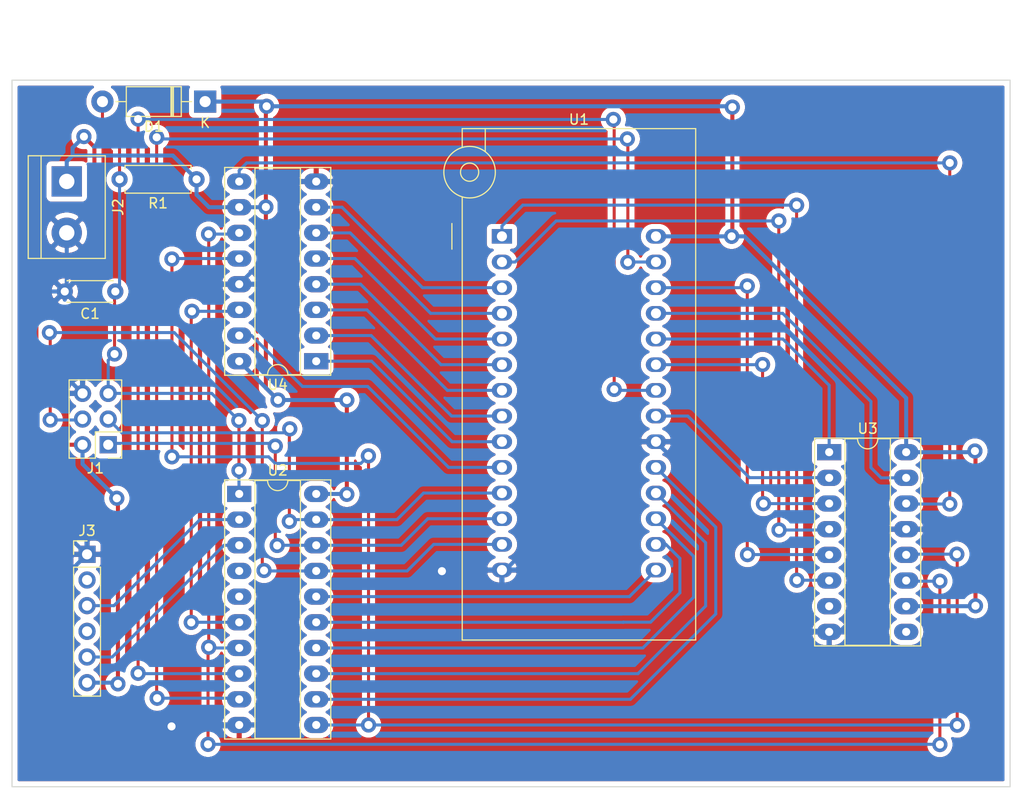
<source format=kicad_pcb>
(kicad_pcb (version 20171130) (host pcbnew "(5.1.6)-1")
  (layers (0 F.Cu signal) (31 B.Cu signal) (34 B.Paste user) (35 F.Paste user) (36 B.SilkS user) (37 F.SilkS user) (38 B.Mask user) (39 F.Mask user) (44 Edge.Cuts user))
  (net 0 "")
  (net 1 N$26)
  (net 2 N$27)
  (net 3 GND)
  (net 4 VCC)
  (net 5 DATA_BUS6)
  (net 6 DATA_BUS7)
  (net 7 DATA_BUS5)
  (net 8 N$24)
  (net 9 N$25)
  (net 10 ADDRESS_BUS14)
  (net 11 ADDRESS_BUS12)
  (net 12 ~EEPROM_WE)
  (net 13 ADDRESS_BUS7)
  (net 14 ADDRESS_BUS13)
  (net 15 ADDRESS_BUS6)
  (net 16 ADDRESS_BUS8)
  (net 17 ADDRESS_BUS5)
  (net 18 ADDRESS_BUS9)
  (net 19 ADDRESS_BUS4)
  (net 20 ADDRESS_BUS11)
  (net 21 ADDRESS_BUS3)
  (net 22 ~EEPROM_OE)
  (net 23 ADDRESS_BUS2)
  (net 24 ADDRESS_BUS10)
  (net 25 ADDRESS_BUS1)
  (net 26 ADDRESS_BUS0)
  (net 27 DATA_BUS0)
  (net 28 DATA_BUS1)
  (net 29 DATA_BUS2)
  (net 30 DATA_BUS4)
  (net 31 DATA_BUS3)
  (net 32 ADDR_RCLK)
  (net 33 ADDR_OUTPUT)
  (net 34 ADDR_SRCLK)
  (module Package_DIP:DIP-16_W7.62mm_Socket_LongPads (layer F.Cu) (at 119.38 73.66 180)
    (fp_text reference U4 (at 3.81 -2.33) (layer F.SilkS))
    (fp_text value 74HC595)
    (pad 16 thru_hole oval (at 7.62 0 180) (size 2.4 1.6) (drill 0.8) (layers *.Cu *.Mask) (net 4 VCC))
    (pad 8 thru_hole oval (at 0 17.78 180) (size 2.4 1.6) (drill 0.8) (layers *.Cu *.Mask) (net 3 GND))
    (pad 15 thru_hole oval (at 7.62 2.54 180) (size 2.4 1.6) (drill 0.8) (layers *.Cu *.Mask) (net 26 ADDRESS_BUS0))
    (pad 7 thru_hole oval (at 0 15.24 180) (size 2.4 1.6) (drill 0.8) (layers *.Cu *.Mask) (net 13 ADDRESS_BUS7))
    (pad 14 thru_hole oval (at 7.62 5.08 180) (size 2.4 1.6) (drill 0.8) (layers *.Cu *.Mask) (net 33 ADDR_OUTPUT))
    (pad 6 thru_hole oval (at 0 12.7 180) (size 2.4 1.6) (drill 0.8) (layers *.Cu *.Mask) (net 15 ADDRESS_BUS6))
    (pad 13 thru_hole oval (at 7.62 7.62 180) (size 2.4 1.6) (drill 0.8) (layers *.Cu *.Mask) (net 3 GND))
    (pad 5 thru_hole oval (at 0 10.16 180) (size 2.4 1.6) (drill 0.8) (layers *.Cu *.Mask) (net 17 ADDRESS_BUS5))
    (pad 12 thru_hole oval (at 7.62 10.16 180) (size 2.4 1.6) (drill 0.8) (layers *.Cu *.Mask) (net 32 ADDR_RCLK))
    (pad 4 thru_hole oval (at 0 7.62 180) (size 2.4 1.6) (drill 0.8) (layers *.Cu *.Mask) (net 19 ADDRESS_BUS4))
    (pad 11 thru_hole oval (at 7.62 12.7 180) (size 2.4 1.6) (drill 0.8) (layers *.Cu *.Mask) (net 34 ADDR_SRCLK))
    (pad 3 thru_hole oval (at 0 5.08 180) (size 2.4 1.6) (drill 0.8) (layers *.Cu *.Mask) (net 21 ADDRESS_BUS3))
    (pad 10 thru_hole oval (at 7.62 15.24 180) (size 2.4 1.6) (drill 0.8) (layers *.Cu *.Mask) (net 4 VCC))
    (pad 2 thru_hole oval (at 0 2.54 180) (size 2.4 1.6) (drill 0.8) (layers *.Cu *.Mask) (net 23 ADDRESS_BUS2))
    (pad 9 thru_hole oval (at 7.62 17.78 180) (size 2.4 1.6) (drill 0.8) (layers *.Cu *.Mask) (net 1 N$26))
    (pad 1 thru_hole rect (at 0 0 180) (size 2.4 1.6) (drill 0.8) (layers *.Cu *.Mask) (net 25 ADDRESS_BUS1))
  )
  (module Capacitor_THT:C_Disc_D4.3mm_W1.9mm_P5.00mm (layer F.Cu) (at 99.50196 66.75882 180)
    (fp_text reference C1 (at 2.5 -2.2) (layer F.SilkS))
    (fp_text value 10u)
    (pad 1 thru_hole circle (at 0 0 180) (size 1.6 1.6) (drill 0.8) (layers *.Cu *.Mask) (net 2 N$27))
    (pad 2 thru_hole circle (at 5 0 180) (size 1.6 1.6) (drill 0.8) (layers *.Cu *.Mask) (net 3 GND))
  )
  (module Diode_THT:D_DO-41_SOD81_P10.16mm_Horizontal (layer F.Cu) (at 108.38942 47.97044 180)
    (fp_text reference D1 (at 5.08 -2.47) (layer F.SilkS))
    (fp_text value 1N4001)
    (fp_text user K (at 0 -2.1) (layer F.SilkS))
    (pad 1 thru_hole rect (at 0 0 180) (size 2.2 2.2) (drill 1.1) (layers *.Cu *.Mask) (net 4 VCC))
    (pad 2 thru_hole oval (at 10.16 0 180) (size 2.2 2.2) (drill 1.1) (layers *.Cu *.Mask) (net 2 N$27))
  )
  (module Connector_PinHeader_2.54mm:PinHeader_2x03_P2.54mm_Vertical (layer F.Cu) (at 98.80092 81.92262 180)
    (fp_text reference J1 (at 1.27 -2.33) (layer F.SilkS))
    (fp_text value Conn_02x03_Odd_Even)
    (pad 1 thru_hole rect (at 0 0 180) (size 1.7 1.7) (drill 1) (layers *.Cu *.Mask) (net 28 DATA_BUS1))
    (pad 2 thru_hole oval (at 2.54 0 180) (size 1.7 1.7) (drill 1) (layers *.Cu *.Mask) (net 4 VCC))
    (pad 3 thru_hole oval (at 0 2.54 180) (size 1.7 1.7) (drill 1) (layers *.Cu *.Mask) (net 27 DATA_BUS0))
    (pad 4 thru_hole oval (at 2.54 2.54 180) (size 1.7 1.7) (drill 1) (layers *.Cu *.Mask) (net 29 DATA_BUS2))
    (pad 5 thru_hole oval (at 0 5.08 180) (size 1.7 1.7) (drill 1) (layers *.Cu *.Mask) (net 2 N$27))
    (pad 6 thru_hole oval (at 2.54 5.08 180) (size 1.7 1.7) (drill 1) (layers *.Cu *.Mask) (net 3 GND))
  )
  (module TerminalBlock:TerminalBlock_bornier-2_P5.08mm (layer F.Cu) (at 94.69628 55.86984 270)
    (fp_text reference J2 (at 2.54 -5.08 90) (layer F.SilkS))
    (fp_text value Screw_Terminal_01x02)
    (pad 1 thru_hole rect (at 0 0 270) (size 3 3) (drill 1.52) (layers *.Cu *.Mask) (net 4 VCC))
    (pad 2 thru_hole circle (at 5.08 0 270) (size 3 3) (drill 1.52) (layers *.Cu *.Mask) (net 3 GND))
  )
  (module Connector_PinHeader_2.54mm:PinHeader_1x06_P2.54mm_Vertical (layer F.Cu) (at 96.70542 92.76588)
    (fp_text reference J3 (at 0 -2.33) (layer F.SilkS))
    (fp_text value Conn_01x06)
    (pad 1 thru_hole rect (at 0 0) (size 1.7 1.7) (drill 1) (layers *.Cu *.Mask) (net 3 GND))
    (pad 2 thru_hole oval (at 0 2.54) (size 1.7 1.7) (drill 1) (layers *.Cu *.Mask))
    (pad 3 thru_hole oval (at 0 5.08) (size 1.7 1.7) (drill 1) (layers *.Cu *.Mask) (net 8 N$24))
    (pad 4 thru_hole oval (at 0 7.62) (size 1.7 1.7) (drill 1) (layers *.Cu *.Mask))
    (pad 5 thru_hole oval (at 0 10.16) (size 1.7 1.7) (drill 1) (layers *.Cu *.Mask) (net 9 N$25))
    (pad 6 thru_hole oval (at 0 12.7) (size 1.7 1.7) (drill 1) (layers *.Cu *.Mask) (net 4 VCC))
  )
  (module Resistor_THT:R_Axial_DIN0207_L6.3mm_D2.5mm_P7.62mm_Horizontal (layer F.Cu) (at 107.54106 55.65902 180)
    (fp_text reference R1 (at 3.81 -2.37) (layer F.SilkS))
    (fp_text value 10k)
    (pad 2 thru_hole oval (at 7.62 0 180) (size 1.6 1.6) (drill 0.8) (layers *.Cu *.Mask) (net 2 N$27))
    (pad 1 thru_hole circle (at 0 0 180) (size 1.6 1.6) (drill 0.8) (layers *.Cu *.Mask) (net 4 VCC))
  )
  (module Socket:DIP_Socket-28_W11.9_W12.7_W15.24_W17.78_W18.5_3M_228-1277-00-0602J (layer F.Cu) (at 137.7569 61.3029)
    (fp_text reference U1 (at 7.62 -11.56) (layer F.SilkS))
    (fp_text value 28C256)
    (pad 1 thru_hole rect (at 0 0) (size 2 1.44) (drill 1) (layers *.Cu *.Mask) (net 10 ADDRESS_BUS14))
    (pad 28 thru_hole oval (at 15.24 0) (size 2 1.44) (drill 1) (layers *.Cu *.Mask) (net 4 VCC))
    (pad 2 thru_hole oval (at 0 2.54) (size 2 1.44) (drill 1) (layers *.Cu *.Mask) (net 11 ADDRESS_BUS12))
    (pad 27 thru_hole oval (at 15.24 2.54) (size 2 1.44) (drill 1) (layers *.Cu *.Mask) (net 12 ~EEPROM_WE))
    (pad 3 thru_hole oval (at 0 5.08) (size 2 1.44) (drill 1) (layers *.Cu *.Mask) (net 13 ADDRESS_BUS7))
    (pad 26 thru_hole oval (at 15.24 5.08) (size 2 1.44) (drill 1) (layers *.Cu *.Mask) (net 14 ADDRESS_BUS13))
    (pad 4 thru_hole oval (at 0 7.62) (size 2 1.44) (drill 1) (layers *.Cu *.Mask) (net 15 ADDRESS_BUS6))
    (pad 25 thru_hole oval (at 15.24 7.62) (size 2 1.44) (drill 1) (layers *.Cu *.Mask) (net 16 ADDRESS_BUS8))
    (pad 5 thru_hole oval (at 0 10.16) (size 2 1.44) (drill 1) (layers *.Cu *.Mask) (net 17 ADDRESS_BUS5))
    (pad 24 thru_hole oval (at 15.24 10.16) (size 2 1.44) (drill 1) (layers *.Cu *.Mask) (net 18 ADDRESS_BUS9))
    (pad 6 thru_hole oval (at 0 12.7) (size 2 1.44) (drill 1) (layers *.Cu *.Mask) (net 19 ADDRESS_BUS4))
    (pad 23 thru_hole oval (at 15.24 12.7) (size 2 1.44) (drill 1) (layers *.Cu *.Mask) (net 20 ADDRESS_BUS11))
    (pad 7 thru_hole oval (at 0 15.24) (size 2 1.44) (drill 1) (layers *.Cu *.Mask) (net 21 ADDRESS_BUS3))
    (pad 22 thru_hole oval (at 15.24 15.24) (size 2 1.44) (drill 1) (layers *.Cu *.Mask) (net 22 ~EEPROM_OE))
    (pad 8 thru_hole oval (at 0 17.78) (size 2 1.44) (drill 1) (layers *.Cu *.Mask) (net 23 ADDRESS_BUS2))
    (pad 21 thru_hole oval (at 15.24 17.78) (size 2 1.44) (drill 1) (layers *.Cu *.Mask) (net 24 ADDRESS_BUS10))
    (pad 9 thru_hole oval (at 0 20.32) (size 2 1.44) (drill 1) (layers *.Cu *.Mask) (net 25 ADDRESS_BUS1))
    (pad 20 thru_hole oval (at 15.24 20.32) (size 2 1.44) (drill 1) (layers *.Cu *.Mask) (net 3 GND))
    (pad 10 thru_hole oval (at 0 22.86) (size 2 1.44) (drill 1) (layers *.Cu *.Mask) (net 26 ADDRESS_BUS0))
    (pad 19 thru_hole oval (at 15.24 22.86) (size 2 1.44) (drill 1) (layers *.Cu *.Mask) (net 6 DATA_BUS7))
    (pad 11 thru_hole oval (at 0 25.4) (size 2 1.44) (drill 1) (layers *.Cu *.Mask) (net 27 DATA_BUS0))
    (pad 18 thru_hole oval (at 15.24 25.4) (size 2 1.44) (drill 1) (layers *.Cu *.Mask) (net 5 DATA_BUS6))
    (pad 12 thru_hole oval (at 0 27.94) (size 2 1.44) (drill 1) (layers *.Cu *.Mask) (net 28 DATA_BUS1))
    (pad 17 thru_hole oval (at 15.24 27.94) (size 2 1.44) (drill 1) (layers *.Cu *.Mask) (net 7 DATA_BUS5))
    (pad 13 thru_hole oval (at 0 30.48) (size 2 1.44) (drill 1) (layers *.Cu *.Mask) (net 29 DATA_BUS2))
    (pad 16 thru_hole oval (at 15.24 30.48) (size 2 1.44) (drill 1) (layers *.Cu *.Mask) (net 30 DATA_BUS4))
    (pad 14 thru_hole oval (at 0 33.02) (size 2 1.44) (drill 1) (layers *.Cu *.Mask) (net 3 GND))
    (pad 15 thru_hole oval (at 15.24 33.02) (size 2 1.44) (drill 1) (layers *.Cu *.Mask) (net 31 DATA_BUS3))
  )
  (module Package_DIP:DIP-20_W7.62mm_Socket_LongPads (layer F.Cu) (at 111.76 86.7918)
    (fp_text reference U2 (at 3.81 -2.33) (layer F.SilkS))
    (fp_text value ATtiny2313V-10PU)
    (pad 1 thru_hole rect (at 0 0) (size 2.4 1.6) (drill 0.8) (layers *.Cu *.Mask) (net 2 N$27))
    (pad 11 thru_hole oval (at 7.62 22.86) (size 2.4 1.6) (drill 0.8) (layers *.Cu *.Mask) (net 32 ADDR_RCLK))
    (pad 2 thru_hole oval (at 0 2.54) (size 2.4 1.6) (drill 0.8) (layers *.Cu *.Mask) (net 8 N$24))
    (pad 12 thru_hole oval (at 7.62 20.32) (size 2.4 1.6) (drill 0.8) (layers *.Cu *.Mask) (net 6 DATA_BUS7))
    (pad 3 thru_hole oval (at 0 5.08) (size 2.4 1.6) (drill 0.8) (layers *.Cu *.Mask) (net 9 N$25))
    (pad 13 thru_hole oval (at 7.62 17.78) (size 2.4 1.6) (drill 0.8) (layers *.Cu *.Mask) (net 5 DATA_BUS6))
    (pad 4 thru_hole oval (at 0 7.62) (size 2.4 1.6) (drill 0.8) (layers *.Cu *.Mask))
    (pad 14 thru_hole oval (at 7.62 15.24) (size 2.4 1.6) (drill 0.8) (layers *.Cu *.Mask) (net 7 DATA_BUS5))
    (pad 5 thru_hole oval (at 0 10.16) (size 2.4 1.6) (drill 0.8) (layers *.Cu *.Mask))
    (pad 15 thru_hole oval (at 7.62 12.7) (size 2.4 1.6) (drill 0.8) (layers *.Cu *.Mask) (net 30 DATA_BUS4))
    (pad 6 thru_hole oval (at 0 12.7) (size 2.4 1.6) (drill 0.8) (layers *.Cu *.Mask) (net 33 ADDR_OUTPUT))
    (pad 16 thru_hole oval (at 7.62 10.16) (size 2.4 1.6) (drill 0.8) (layers *.Cu *.Mask) (net 31 DATA_BUS3))
    (pad 7 thru_hole oval (at 0 15.24) (size 2.4 1.6) (drill 0.8) (layers *.Cu *.Mask) (net 34 ADDR_SRCLK))
    (pad 17 thru_hole oval (at 7.62 7.62) (size 2.4 1.6) (drill 0.8) (layers *.Cu *.Mask) (net 29 DATA_BUS2))
    (pad 8 thru_hole oval (at 0 17.78) (size 2.4 1.6) (drill 0.8) (layers *.Cu *.Mask) (net 22 ~EEPROM_OE))
    (pad 18 thru_hole oval (at 7.62 5.08) (size 2.4 1.6) (drill 0.8) (layers *.Cu *.Mask) (net 28 DATA_BUS1))
    (pad 9 thru_hole oval (at 0 20.32) (size 2.4 1.6) (drill 0.8) (layers *.Cu *.Mask) (net 12 ~EEPROM_WE))
    (pad 19 thru_hole oval (at 7.62 2.54) (size 2.4 1.6) (drill 0.8) (layers *.Cu *.Mask) (net 27 DATA_BUS0))
    (pad 10 thru_hole oval (at 0 22.86) (size 2.4 1.6) (drill 0.8) (layers *.Cu *.Mask) (net 3 GND))
    (pad 20 thru_hole oval (at 7.62 0) (size 2.4 1.6) (drill 0.8) (layers *.Cu *.Mask) (net 4 VCC))
  )
  (module Package_DIP:DIP-16_W7.62mm_Socket_LongPads (layer F.Cu) (at 170.13428 82.65922)
    (fp_text reference U3 (at 3.81 -2.33) (layer F.SilkS))
    (fp_text value 74HC595)
    (pad 1 thru_hole rect (at 0 0) (size 2.4 1.6) (drill 0.8) (layers *.Cu *.Mask) (net 18 ADDRESS_BUS9))
    (pad 9 thru_hole oval (at 7.62 17.78) (size 2.4 1.6) (drill 0.8) (layers *.Cu *.Mask))
    (pad 2 thru_hole oval (at 0 2.54) (size 2.4 1.6) (drill 0.8) (layers *.Cu *.Mask) (net 24 ADDRESS_BUS10))
    (pad 10 thru_hole oval (at 7.62 15.24) (size 2.4 1.6) (drill 0.8) (layers *.Cu *.Mask) (net 4 VCC))
    (pad 3 thru_hole oval (at 0 5.08) (size 2.4 1.6) (drill 0.8) (layers *.Cu *.Mask) (net 20 ADDRESS_BUS11))
    (pad 11 thru_hole oval (at 7.62 12.7) (size 2.4 1.6) (drill 0.8) (layers *.Cu *.Mask) (net 34 ADDR_SRCLK))
    (pad 4 thru_hole oval (at 0 7.62) (size 2.4 1.6) (drill 0.8) (layers *.Cu *.Mask) (net 11 ADDRESS_BUS12))
    (pad 12 thru_hole oval (at 7.62 10.16) (size 2.4 1.6) (drill 0.8) (layers *.Cu *.Mask) (net 32 ADDR_RCLK))
    (pad 5 thru_hole oval (at 0 10.16) (size 2.4 1.6) (drill 0.8) (layers *.Cu *.Mask) (net 14 ADDRESS_BUS13))
    (pad 13 thru_hole oval (at 7.62 7.62) (size 2.4 1.6) (drill 0.8) (layers *.Cu *.Mask) (net 3 GND))
    (pad 6 thru_hole oval (at 0 12.7) (size 2.4 1.6) (drill 0.8) (layers *.Cu *.Mask) (net 10 ADDRESS_BUS14))
    (pad 14 thru_hole oval (at 7.62 5.08) (size 2.4 1.6) (drill 0.8) (layers *.Cu *.Mask) (net 1 N$26))
    (pad 7 thru_hole oval (at 0 15.24) (size 2.4 1.6) (drill 0.8) (layers *.Cu *.Mask))
    (pad 15 thru_hole oval (at 7.62 2.54) (size 2.4 1.6) (drill 0.8) (layers *.Cu *.Mask) (net 16 ADDRESS_BUS8))
    (pad 8 thru_hole oval (at 0 17.78) (size 2.4 1.6) (drill 0.8) (layers *.Cu *.Mask) (net 3 GND))
    (pad 16 thru_hole oval (at 7.62 0) (size 2.4 1.6) (drill 0.8) (layers *.Cu *.Mask) (net 4 VCC))
  )
  (gr_line (start 188.0362 45.84954) (end 188.0362 115.76304) (layer Edge.Cuts) (width 0.1))
  (gr_line (start 89.281 45.84954) (end 188.0362 45.84954) (layer Edge.Cuts) (width 0.1))
  (gr_line (start 89.281 115.76304) (end 89.281 45.84954) (layer Edge.Cuts) (width 0.1))
  (gr_line (start 188.0362 115.76304) (end 89.281 115.76304) (layer Edge.Cuts) (width 0.1))
  (via (at 182.0672 54.03596) (size 1.5) (drill 0.8) (layers F.Cu B.Cu) (net 1))
  (segment (start 111.76 54.78) (end 112.50404 54.03596) (width 0.3) (layer B.Cu) (net 1))
  (segment (start 112.50404 54.03596) (end 182.0672 54.03596) (width 0.3) (layer B.Cu) (net 1))
  (segment (start 111.76 55.88) (end 111.76 54.78) (width 0.3) (layer B.Cu) (net 1))
  (via (at 182.0672 87.79256) (size 1.5) (drill 0.8) (layers F.Cu B.Cu) (net 1))
  (segment (start 182.0672 54.03596) (end 182.0672 87.79256) (width 0.3) (layer F.Cu) (net 1))
  (segment (start 177.80762 87.79256) (end 177.75428 87.73922) (width 0.3) (layer B.Cu) (net 1))
  (segment (start 182.0672 87.79256) (end 177.80762 87.79256) (width 0.3) (layer B.Cu) (net 1))
  (segment (start 111.76 86.7918) (end 111.73206 86.7918) (width 0.3) (layer B.Cu) (net 2))
  (via (at 111.73714 84.47136) (size 1.5) (drill 0.8) (layers F.Cu B.Cu) (net 2))
  (segment (start 111.73714 86.76894) (end 111.76 86.7918) (width 0.3) (layer B.Cu) (net 2))
  (segment (start 111.73714 84.47136) (end 111.73714 86.76894) (width 0.3) (layer B.Cu) (net 2))
  (via (at 111.72698 79.5274) (size 1.5) (drill 0.8) (layers F.Cu B.Cu) (net 2))
  (segment (start 109.0422 76.84262) (end 111.72698 79.5274) (width 0.3) (layer B.Cu) (net 2))
  (segment (start 111.73714 84.47136) (end 111.73714 79.53756) (width 0.3) (layer F.Cu) (net 2))
  (segment (start 98.80092 76.84262) (end 109.0422 76.84262) (width 0.3) (layer B.Cu) (net 2))
  (segment (start 111.73714 79.53756) (end 111.72698 79.5274) (width 0.3) (layer F.Cu) (net 2))
  (segment (start 99.92106 66.33972) (end 99.50196 66.75882) (width 0.3) (layer B.Cu) (net 2))
  (segment (start 99.92106 55.65902) (end 99.92106 66.33972) (width 0.3) (layer B.Cu) (net 2))
  (segment (start 98.22942 47.97044) (end 98.22942 50.8508) (width 0.3) (layer F.Cu) (net 2))
  (segment (start 99.92106 52.54244) (end 99.92106 55.65902) (width 0.3) (layer F.Cu) (net 2))
  (segment (start 98.22942 50.8508) (end 99.92106 52.54244) (width 0.3) (layer F.Cu) (net 2))
  (via (at 99.42576 72.94626) (size 1.5) (drill 0.8) (layers F.Cu B.Cu) (net 2))
  (segment (start 98.80092 76.84262) (end 98.80092 73.5711) (width 0.3) (layer B.Cu) (net 2))
  (segment (start 98.80092 73.5711) (end 99.42576 72.94626) (width 0.3) (layer B.Cu) (net 2))
  (segment (start 99.42576 66.83502) (end 99.50196 66.75882) (width 0.3) (layer F.Cu) (net 2))
  (segment (start 99.42576 72.94626) (end 99.42576 66.83502) (width 0.3) (layer F.Cu) (net 2))
  (segment (start 137.7569 94.3229) (end 138.0871 94.3229) (width 0.4) (layer B.Cu) (net 3))
  (segment (start 150.7871 81.6229) (end 152.9969 81.6229) (width 0.4) (layer B.Cu) (net 3))
  (segment (start 138.0871 94.3229) (end 150.7871 81.6229) (width 0.4) (layer B.Cu) (net 3))
  (segment (start 119.38 55.88) (end 119.38 55.82412) (width 0.4) (layer B.Cu) (net 3))
  (segment (start 119.38 55.82412) (end 119.36222 55.8419) (width 0.4) (layer B.Cu) (net 3))
  (segment (start 119.36222 55.8419) (end 117.729 55.8419) (width 0.4) (layer B.Cu) (net 3))
  (segment (start 117.729 55.8419) (end 115.75288 57.81802) (width 0.4) (layer B.Cu) (net 3))
  (segment (start 115.75288 62.04712) (end 111.76 66.04) (width 0.4) (layer B.Cu) (net 3))
  (segment (start 115.75288 57.81802) (end 115.75288 62.04712) (width 0.4) (layer B.Cu) (net 3))
  (segment (start 94.69628 66.5645) (end 94.50196 66.75882) (width 0.4) (layer B.Cu) (net 3))
  (segment (start 94.69628 60.94984) (end 94.69628 66.5645) (width 0.4) (layer B.Cu) (net 3))
  (segment (start 94.50196 66.75882) (end 94.50196 67.57542) (width 0.4) (layer B.Cu) (net 3))
  (segment (start 137.7569 94.3229) (end 131.9276 94.3229) (width 0.4) (layer B.Cu) (net 3))
  (via (at 131.81838 94.43212) (size 1.5) (drill 0.8) (layers F.Cu B.Cu) (net 3))
  (segment (start 131.9276 94.3229) (end 131.81838 94.43212) (width 0.4) (layer B.Cu) (net 3))
  (segment (start 131.81838 94.43212) (end 131.81838 112.08512) (width 0.4) (layer F.Cu) (net 3))
  (segment (start 131.81838 112.08512) (end 130.63474 113.26876) (width 0.4) (layer F.Cu) (net 3))
  (segment (start 130.63474 113.26876) (end 106.59872 113.26876) (width 0.4) (layer F.Cu) (net 3))
  (via (at 105.0671 109.7915) (size 1.5) (drill 0.8) (layers F.Cu B.Cu) (net 3))
  (segment (start 106.59872 113.26876) (end 105.0671 111.73714) (width 0.4) (layer F.Cu) (net 3))
  (segment (start 105.0671 111.73714) (end 105.0671 109.7915) (width 0.4) (layer F.Cu) (net 3))
  (segment (start 111.6203 109.7915) (end 111.76 109.6518) (width 0.4) (layer B.Cu) (net 3))
  (segment (start 105.0671 109.7915) (end 111.6203 109.7915) (width 0.4) (layer B.Cu) (net 3))
  (segment (start 94.50196 66.75882) (end 93.04528 66.75882) (width 0.4) (layer B.Cu) (net 3))
  (segment (start 93.04528 66.75882) (end 91.48318 68.32092) (width 0.4) (layer B.Cu) (net 3))
  (segment (start 91.48318 72.06488) (end 96.26092 76.84262) (width 0.4) (layer B.Cu) (net 3))
  (segment (start 91.48318 68.32092) (end 91.48318 72.06488) (width 0.4) (layer B.Cu) (net 3))
  (segment (start 96.26092 76.84262) (end 92.96908 76.84262) (width 0.4) (layer B.Cu) (net 3))
  (segment (start 91.813059 77.998641) (end 91.813059 87.939559) (width 0.4) (layer B.Cu) (net 3))
  (segment (start 92.96908 76.84262) (end 91.813059 77.998641) (width 0.4) (layer B.Cu) (net 3))
  (segment (start 96.63938 92.76588) (end 96.70542 92.76588) (width 0.4) (layer B.Cu) (net 3))
  (segment (start 91.813059 87.939559) (end 96.63938 92.76588) (width 0.4) (layer B.Cu) (net 3))
  (segment (start 96.70542 92.76588) (end 92.31376 97.15754) (width 0.4) (layer B.Cu) (net 3))
  (segment (start 92.31376 97.15754) (end 92.31376 108.72724) (width 0.4) (layer B.Cu) (net 3))
  (segment (start 93.37802 109.7915) (end 105.0671 109.7915) (width 0.4) (layer B.Cu) (net 3))
  (segment (start 92.31376 108.72724) (end 93.37802 109.7915) (width 0.4) (layer B.Cu) (net 3))
  (segment (start 94.50196 66.75882) (end 97.22738 69.48424) (width 0.4) (layer B.Cu) (net 3))
  (segment (start 97.22738 69.48424) (end 102.3112 69.48424) (width 0.4) (layer B.Cu) (net 3))
  (segment (start 105.75544 66.04) (end 111.76 66.04) (width 0.4) (layer B.Cu) (net 3))
  (segment (start 102.3112 69.48424) (end 105.75544 66.04) (width 0.4) (layer B.Cu) (net 3))
  (segment (start 152.9969 81.6229) (end 160.1089 88.7349) (width 0.4) (layer B.Cu) (net 3))
  (segment (start 160.1089 88.7349) (end 160.1089 98.70694) (width 0.4) (layer B.Cu) (net 3))
  (segment (start 160.1089 98.70694) (end 161.73196 100.33) (width 0.4) (layer B.Cu) (net 3))
  (segment (start 170.02506 100.33) (end 170.13428 100.43922) (width 0.4) (layer B.Cu) (net 3))
  (segment (start 161.73196 100.33) (end 170.02506 100.33) (width 0.4) (layer B.Cu) (net 3))
  (segment (start 170.13428 100.43922) (end 171.16044 100.43922) (width 0.4) (layer B.Cu) (net 3))
  (segment (start 171.16044 100.43922) (end 174.0408 97.55886) (width 0.4) (layer B.Cu) (net 3))
  (segment (start 174.0408 97.55886) (end 174.0408 92.4179) (width 0.4) (layer B.Cu) (net 3))
  (segment (start 176.17948 90.27922) (end 177.75428 90.27922) (width 0.4) (layer B.Cu) (net 3))
  (segment (start 174.0408 92.4179) (end 176.17948 90.27922) (width 0.4) (layer B.Cu) (net 3))
  (segment (start 152.9969 61.3029) (end 160.483162 61.3029) (width 0.4) (layer B.Cu) (net 4))
  (via (at 160.55594 48.51908) (size 1.5) (drill 0.8) (layers F.Cu B.Cu) (net 4))
  (segment (start 160.46958 48.43272) (end 160.55594 48.51908) (width 0.4) (layer B.Cu) (net 4))
  (via (at 160.483162 61.3029) (size 1.5) (drill 0.8) (layers F.Cu B.Cu) (net 4))
  (segment (start 160.55594 48.51908) (end 160.55594 61.230122) (width 0.4) (layer F.Cu) (net 4))
  (segment (start 160.55594 61.230122) (end 160.483162 61.3029) (width 0.4) (layer F.Cu) (net 4))
  (via (at 122.41022 86.82482) (size 1.5) (drill 0.8) (layers F.Cu B.Cu) (net 4))
  (segment (start 119.38 86.7918) (end 122.3772 86.7918) (width 0.4) (layer B.Cu) (net 4))
  (segment (start 122.3772 86.7918) (end 122.41022 86.82482) (width 0.4) (layer B.Cu) (net 4))
  (via (at 122.41022 77.49794) (size 1.5) (drill 0.8) (layers F.Cu B.Cu) (net 4))
  (segment (start 122.41022 86.82482) (end 122.41022 77.49794) (width 0.4) (layer F.Cu) (net 4))
  (segment (start 115.59794 77.49794) (end 111.76 73.66) (width 0.4) (layer B.Cu) (net 4))
  (segment (start 122.41022 77.49794) (end 115.59794 77.49794) (width 0.4) (layer B.Cu) (net 4))
  (via (at 114.39906 58.39714) (size 1.5) (drill 0.8) (layers F.Cu B.Cu) (net 4))
  (segment (start 111.76 58.42) (end 114.3762 58.42) (width 0.4) (layer B.Cu) (net 4))
  (segment (start 114.3762 58.42) (end 114.39906 58.39714) (width 0.4) (layer B.Cu) (net 4))
  (segment (start 114.39906 48.50638) (end 114.47272 48.43272) (width 0.4) (layer F.Cu) (net 4))
  (segment (start 114.39906 58.39714) (end 114.39906 48.50638) (width 0.4) (layer F.Cu) (net 4))
  (via (at 114.47272 48.43272) (size 1.5) (drill 0.8) (layers F.Cu B.Cu) (net 4))
  (segment (start 114.47272 48.43272) (end 160.46958 48.43272) (width 0.4) (layer B.Cu) (net 4))
  (via (at 115.59794 77.49794) (size 1.5) (drill 0.8) (layers F.Cu B.Cu) (net 4))
  (segment (start 114.39906 58.39714) (end 114.39906 76.29906) (width 0.4) (layer F.Cu) (net 4))
  (segment (start 114.39906 76.29906) (end 115.59794 77.49794) (width 0.4) (layer F.Cu) (net 4))
  (segment (start 114.01044 47.97044) (end 114.47272 48.43272) (width 0.4) (layer B.Cu) (net 4))
  (segment (start 108.38942 47.97044) (end 114.01044 47.97044) (width 0.4) (layer B.Cu) (net 4))
  (segment (start 107.54106 55.65902) (end 107.54106 57.1881) (width 0.4) (layer B.Cu) (net 4))
  (segment (start 108.77296 58.42) (end 111.76 58.42) (width 0.4) (layer B.Cu) (net 4))
  (segment (start 107.54106 57.1881) (end 108.77296 58.42) (width 0.4) (layer B.Cu) (net 4))
  (segment (start 94.69628 55.86984) (end 94.69628 53.88864) (width 0.4) (layer B.Cu) (net 4))
  (segment (start 94.69628 53.88864) (end 95.2754 53.30952) (width 0.4) (layer B.Cu) (net 4))
  (segment (start 105.19156 53.30952) (end 107.54106 55.65902) (width 0.4) (layer B.Cu) (net 4))
  (segment (start 95.2754 53.30952) (end 105.19156 53.30952) (width 0.4) (layer B.Cu) (net 4))
  (via (at 99.76104 105.58018) (size 1.5) (drill 0.8) (layers F.Cu B.Cu) (net 4))
  (segment (start 96.70542 105.46588) (end 99.64674 105.46588) (width 0.4) (layer B.Cu) (net 4))
  (segment (start 99.64674 105.46588) (end 99.76104 105.58018) (width 0.4) (layer B.Cu) (net 4))
  (via (at 99.64928 87.22106) (size 1.5) (drill 0.8) (layers F.Cu B.Cu) (net 4))
  (segment (start 99.76104 105.58018) (end 99.76104 87.33282) (width 0.4) (layer F.Cu) (net 4))
  (segment (start 99.76104 87.33282) (end 99.64928 87.22106) (width 0.4) (layer F.Cu) (net 4))
  (segment (start 96.26092 83.8327) (end 96.26092 81.92262) (width 0.4) (layer B.Cu) (net 4))
  (segment (start 99.64928 87.22106) (end 96.26092 83.8327) (width 0.4) (layer B.Cu) (net 4))
  (via (at 96.39554 51.42992) (size 1.5) (drill 0.8) (layers F.Cu B.Cu) (net 4))
  (segment (start 95.2754 53.30952) (end 95.2754 52.55006) (width 0.4) (layer B.Cu) (net 4))
  (segment (start 95.2754 52.55006) (end 96.39554 51.42992) (width 0.4) (layer B.Cu) (net 4))
  (segment (start 96.39554 51.42992) (end 97.4344 52.46878) (width 0.4) (layer F.Cu) (net 4))
  (segment (start 97.4344 52.46878) (end 97.4344 67.52082) (width 0.4) (layer F.Cu) (net 4))
  (segment (start 97.4344 67.52082) (end 96.07804 68.87718) (width 0.4) (layer F.Cu) (net 4))
  (segment (start 96.07804 68.87718) (end 92.59824 68.87718) (width 0.4) (layer F.Cu) (net 4))
  (segment (start 92.59824 68.87718) (end 91.694 69.78142) (width 0.4) (layer F.Cu) (net 4))
  (segment (start 91.694 69.78142) (end 91.694 80.54086) (width 0.4) (layer F.Cu) (net 4))
  (segment (start 93.07576 81.92262) (end 96.26092 81.92262) (width 0.4) (layer F.Cu) (net 4))
  (segment (start 91.694 80.54086) (end 93.07576 81.92262) (width 0.4) (layer F.Cu) (net 4))
  (segment (start 160.483162 61.3029) (end 161.75228 61.3029) (width 0.4) (layer B.Cu) (net 4))
  (segment (start 177.75428 77.3049) (end 177.75428 82.65922) (width 0.4) (layer B.Cu) (net 4))
  (segment (start 161.75228 61.3029) (end 177.75428 77.3049) (width 0.4) (layer B.Cu) (net 4))
  (via (at 184.61228 97.85604) (size 1.5) (drill 0.8) (layers F.Cu B.Cu) (net 4))
  (via (at 184.5564 82.54492) (size 1.5) (drill 0.8) (layers F.Cu B.Cu) (net 4))
  (segment (start 184.61228 97.85604) (end 184.61228 82.6008) (width 0.4) (layer F.Cu) (net 4))
  (segment (start 184.61228 82.6008) (end 184.5564 82.54492) (width 0.4) (layer F.Cu) (net 4))
  (segment (start 184.4421 82.65922) (end 184.5564 82.54492) (width 0.4) (layer B.Cu) (net 4))
  (segment (start 177.75428 82.65922) (end 184.4421 82.65922) (width 0.4) (layer B.Cu) (net 4))
  (segment (start 184.5691 97.89922) (end 184.61228 97.85604) (width 0.4) (layer B.Cu) (net 4))
  (segment (start 177.75428 97.89922) (end 184.5691 97.89922) (width 0.4) (layer B.Cu) (net 4))
  (segment (start 119.38 104.5718) (end 151.2189 104.5718) (width 0.3) (layer B.Cu) (net 5))
  (segment (start 151.2189 104.5718) (end 157.9118 97.8789) (width 0.3) (layer B.Cu) (net 5))
  (segment (start 157.9118 91.6178) (end 152.9969 86.7029) (width 0.3) (layer B.Cu) (net 5))
  (segment (start 157.9118 97.8789) (end 157.9118 91.6178) (width 0.3) (layer B.Cu) (net 5))
  (segment (start 119.38 107.1118) (end 150.46706 107.1118) (width 0.3) (layer B.Cu) (net 6))
  (segment (start 150.46706 107.1118) (end 158.91256 98.6663) (width 0.3) (layer B.Cu) (net 6))
  (segment (start 158.91256 90.07856) (end 152.9969 84.1629) (width 0.3) (layer B.Cu) (net 6))
  (segment (start 158.91256 98.6663) (end 158.91256 90.07856) (width 0.3) (layer B.Cu) (net 6))
  (segment (start 119.38 102.0318) (end 151.69896 102.0318) (width 0.3) (layer B.Cu) (net 7))
  (segment (start 151.69896 102.0318) (end 156.718 97.01276) (width 0.3) (layer B.Cu) (net 7))
  (segment (start 156.718 92.964) (end 152.9969 89.2429) (width 0.3) (layer B.Cu) (net 7))
  (segment (start 156.718 97.01276) (end 156.718 92.964) (width 0.3) (layer B.Cu) (net 7))
  (segment (start 96.70542 97.84588) (end 99.36226 97.84588) (width 0.3) (layer B.Cu) (net 8))
  (segment (start 107.87634 89.3318) (end 111.76 89.3318) (width 0.3) (layer B.Cu) (net 8))
  (segment (start 99.36226 97.84588) (end 107.87634 89.3318) (width 0.3) (layer B.Cu) (net 8))
  (segment (start 96.70542 102.92588) (end 99.19462 102.92588) (width 0.3) (layer B.Cu) (net 9))
  (segment (start 110.2487 91.8718) (end 111.76 91.8718) (width 0.3) (layer B.Cu) (net 9))
  (segment (start 99.19462 102.92588) (end 110.2487 91.8718) (width 0.3) (layer B.Cu) (net 9))
  (segment (start 137.7569 61.3029) (end 137.7569 60.2829) (width 0.3) (layer B.Cu) (net 10))
  (segment (start 137.7569 60.2829) (end 139.823 58.2168) (width 0.3) (layer B.Cu) (net 10))
  (segment (start 139.823 58.2168) (end 166.91356 58.2168) (width 0.3) (layer B.Cu) (net 10))
  (via (at 166.91356 58.2168) (size 1.5) (drill 0.8) (layers F.Cu B.Cu) (net 10))
  (segment (start 166.91356 58.2168) (end 166.91356 95.3008) (width 0.3) (layer F.Cu) (net 10))
  (segment (start 166.91356 95.3008) (end 166.9415 95.32874) (width 0.3) (layer F.Cu) (net 10))
  (segment (start 166.95166 95.3389) (end 166.9415 95.32874) (width 0.3) (layer B.Cu) (net 10))
  (via (at 166.9415 95.32874) (size 1.5) (drill 0.8) (layers F.Cu B.Cu) (net 10))
  (segment (start 170.1038 95.32874) (end 170.13428 95.35922) (width 0.3) (layer B.Cu) (net 10))
  (segment (start 166.9415 95.32874) (end 170.1038 95.32874) (width 0.3) (layer B.Cu) (net 10))
  (via (at 165.1508 59.7789) (size 1.5) (drill 0.8) (layers F.Cu B.Cu) (net 11))
  (segment (start 143.1209 59.7789) (end 165.1508 59.7789) (width 0.3) (layer B.Cu) (net 11))
  (segment (start 137.7569 63.8429) (end 139.0569 63.8429) (width 0.3) (layer B.Cu) (net 11))
  (segment (start 139.0569 63.8429) (end 143.1209 59.7789) (width 0.3) (layer B.Cu) (net 11))
  (via (at 165.17366 90.3605) (size 1.5) (drill 0.8) (layers F.Cu B.Cu) (net 11))
  (segment (start 165.1508 90.33764) (end 165.17366 90.3605) (width 0.3) (layer F.Cu) (net 11))
  (segment (start 165.1508 59.7789) (end 165.1508 90.33764) (width 0.3) (layer F.Cu) (net 11))
  (segment (start 165.27526 90.2589) (end 165.17366 90.3605) (width 0.3) (layer B.Cu) (net 11))
  (segment (start 170.053 90.3605) (end 170.13428 90.27922) (width 0.3) (layer B.Cu) (net 11))
  (segment (start 165.17366 90.3605) (end 170.053 90.3605) (width 0.3) (layer B.Cu) (net 11))
  (via (at 150.2156 63.87084) (size 1.5) (drill 0.8) (layers F.Cu B.Cu) (net 12))
  (segment (start 152.9969 63.8429) (end 150.24354 63.8429) (width 0.3) (layer B.Cu) (net 12))
  (segment (start 150.24354 63.8429) (end 150.2156 63.87084) (width 0.3) (layer B.Cu) (net 12))
  (via (at 150.15972 51.66614) (size 1.5) (drill 0.8) (layers F.Cu B.Cu) (net 12))
  (segment (start 150.2156 63.87084) (end 150.2156 51.72202) (width 0.3) (layer F.Cu) (net 12))
  (segment (start 150.2156 51.72202) (end 150.15972 51.66614) (width 0.3) (layer F.Cu) (net 12))
  (via (at 103.59644 51.4985) (size 1.5) (drill 0.8) (layers F.Cu B.Cu) (net 12))
  (segment (start 150.15972 51.66614) (end 103.76408 51.66614) (width 0.3) (layer B.Cu) (net 12))
  (segment (start 103.76408 51.66614) (end 103.59644 51.4985) (width 0.3) (layer B.Cu) (net 12))
  (via (at 103.63962 107.00258) (size 1.5) (drill 0.8) (layers F.Cu B.Cu) (net 12))
  (segment (start 111.65078 107.00258) (end 111.76 107.1118) (width 0.3) (layer B.Cu) (net 12))
  (segment (start 103.63962 107.00258) (end 111.65078 107.00258) (width 0.3) (layer B.Cu) (net 12))
  (segment (start 103.592778 106.955738) (end 103.63962 107.00258) (width 0.3) (layer F.Cu) (net 12))
  (segment (start 103.59644 51.4985) (end 103.592778 51.502162) (width 0.3) (layer F.Cu) (net 12))
  (segment (start 103.592778 51.502162) (end 103.592778 106.955738) (width 0.3) (layer F.Cu) (net 12))
  (segment (start 119.38 58.42) (end 121.93016 58.42) (width 0.3) (layer B.Cu) (net 13))
  (segment (start 129.89306 66.3829) (end 137.7569 66.3829) (width 0.3) (layer B.Cu) (net 13))
  (segment (start 121.93016 58.42) (end 129.89306 66.3829) (width 0.3) (layer B.Cu) (net 13))
  (via (at 162.03168 66.21018) (size 1.5) (drill 0.8) (layers F.Cu B.Cu) (net 14))
  (segment (start 152.9969 66.3829) (end 161.85896 66.3829) (width 0.3) (layer B.Cu) (net 14))
  (segment (start 161.85896 66.3829) (end 162.03168 66.21018) (width 0.3) (layer B.Cu) (net 14))
  (via (at 162.05454 92.79128) (size 1.5) (drill 0.8) (layers F.Cu B.Cu) (net 14))
  (segment (start 162.03168 92.76842) (end 162.05454 92.79128) (width 0.3) (layer F.Cu) (net 14))
  (segment (start 162.03168 66.21018) (end 162.03168 92.76842) (width 0.3) (layer F.Cu) (net 14))
  (segment (start 170.10634 92.79128) (end 170.13428 92.81922) (width 0.3) (layer B.Cu) (net 14))
  (segment (start 162.05454 92.79128) (end 170.10634 92.79128) (width 0.3) (layer B.Cu) (net 14))
  (segment (start 119.38 60.96) (end 122.73788 60.96) (width 0.3) (layer B.Cu) (net 15))
  (segment (start 130.70078 68.9229) (end 137.7569 68.9229) (width 0.3) (layer B.Cu) (net 15))
  (segment (start 122.73788 60.96) (end 130.70078 68.9229) (width 0.3) (layer B.Cu) (net 15))
  (segment (start 175.28032 85.19922) (end 177.75428 85.19922) (width 0.3) (layer B.Cu) (net 16))
  (segment (start 174.26686 84.18576) (end 175.28032 85.19922) (width 0.3) (layer B.Cu) (net 16))
  (segment (start 174.26686 77.65034) (end 174.26686 84.18576) (width 0.3) (layer B.Cu) (net 16))
  (segment (start 152.9969 68.9229) (end 165.53942 68.9229) (width 0.3) (layer B.Cu) (net 16))
  (segment (start 165.53942 68.9229) (end 174.26686 77.65034) (width 0.3) (layer B.Cu) (net 16))
  (segment (start 119.38 63.5) (end 123.21286 63.5) (width 0.3) (layer B.Cu) (net 17))
  (segment (start 131.17576 71.4629) (end 137.7569 71.4629) (width 0.3) (layer B.Cu) (net 17))
  (segment (start 123.21286 63.5) (end 131.17576 71.4629) (width 0.3) (layer B.Cu) (net 17))
  (segment (start 170.13428 76.04252) (end 170.13428 82.65922) (width 0.3) (layer B.Cu) (net 18))
  (segment (start 152.9969 71.4629) (end 165.55466 71.4629) (width 0.3) (layer B.Cu) (net 18))
  (segment (start 165.55466 71.4629) (end 170.13428 76.04252) (width 0.3) (layer B.Cu) (net 18))
  (segment (start 119.38 66.04) (end 123.76658 66.04) (width 0.3) (layer B.Cu) (net 19))
  (segment (start 131.72948 74.0029) (end 137.7569 74.0029) (width 0.3) (layer B.Cu) (net 19))
  (segment (start 123.76658 66.04) (end 131.72948 74.0029) (width 0.3) (layer B.Cu) (net 19))
  (via (at 163.54552 73.98512) (size 1.5) (drill 0.8) (layers F.Cu B.Cu) (net 20))
  (segment (start 163.52774 74.0029) (end 163.54552 73.98512) (width 0.3) (layer B.Cu) (net 20))
  (segment (start 152.9969 74.0029) (end 163.52774 74.0029) (width 0.3) (layer B.Cu) (net 20))
  (via (at 163.63442 87.74938) (size 1.5) (drill 0.8) (layers F.Cu B.Cu) (net 20))
  (segment (start 163.54552 73.98512) (end 163.54552 87.66048) (width 0.3) (layer F.Cu) (net 20))
  (segment (start 163.54552 87.66048) (end 163.63442 87.74938) (width 0.3) (layer F.Cu) (net 20))
  (segment (start 163.6649 87.7189) (end 163.63442 87.74938) (width 0.3) (layer B.Cu) (net 20))
  (segment (start 170.12412 87.74938) (end 170.13428 87.73922) (width 0.3) (layer B.Cu) (net 20))
  (segment (start 163.63442 87.74938) (end 170.12412 87.74938) (width 0.3) (layer B.Cu) (net 20))
  (segment (start 119.38 68.58) (end 124.39904 68.58) (width 0.3) (layer B.Cu) (net 21))
  (segment (start 132.36194 76.5429) (end 137.7569 76.5429) (width 0.3) (layer B.Cu) (net 21))
  (segment (start 124.39904 68.58) (end 132.36194 76.5429) (width 0.3) (layer B.Cu) (net 21))
  (via (at 148.86432 76.44892) (size 1.5) (drill 0.8) (layers F.Cu B.Cu) (net 22))
  (segment (start 152.9969 76.5429) (end 148.9583 76.5429) (width 0.3) (layer B.Cu) (net 22))
  (segment (start 148.9583 76.5429) (end 148.86432 76.44892) (width 0.3) (layer B.Cu) (net 22))
  (via (at 148.7805 49.73828) (size 1.5) (drill 0.8) (layers F.Cu B.Cu) (net 22))
  (segment (start 148.86432 76.44892) (end 148.86432 49.8221) (width 0.3) (layer F.Cu) (net 22))
  (segment (start 148.86432 49.8221) (end 148.7805 49.73828) (width 0.3) (layer F.Cu) (net 22))
  (via (at 101.75748 49.69764) (size 1.5) (drill 0.8) (layers F.Cu B.Cu) (net 22))
  (segment (start 148.7805 49.73828) (end 101.79812 49.73828) (width 0.3) (layer B.Cu) (net 22))
  (segment (start 101.79812 49.73828) (end 101.75748 49.69764) (width 0.3) (layer B.Cu) (net 22))
  (segment (start 101.75748 49.69764) (end 101.75748 104.53624) (width 0.3) (layer F.Cu) (net 22))
  (via (at 101.75748 104.53624) (size 1.5) (drill 0.8) (layers F.Cu B.Cu) (net 22))
  (segment (start 101.75748 104.53624) (end 101.79812 104.53624) (width 0.3) (layer B.Cu) (net 22))
  (segment (start 101.83368 104.5718) (end 111.76 104.5718) (width 0.3) (layer B.Cu) (net 22))
  (segment (start 101.79812 104.53624) (end 101.83368 104.5718) (width 0.3) (layer B.Cu) (net 22))
  (segment (start 119.38 71.12) (end 124.8156 71.12) (width 0.3) (layer B.Cu) (net 23))
  (segment (start 132.7785 79.0829) (end 137.7569 79.0829) (width 0.3) (layer B.Cu) (net 23))
  (segment (start 124.8156 71.12) (end 132.7785 79.0829) (width 0.3) (layer B.Cu) (net 23))
  (segment (start 152.9969 79.0829) (end 156.1465 79.0829) (width 0.3) (layer B.Cu) (net 24))
  (segment (start 156.1465 79.0829) (end 162.2425 85.1789) (width 0.3) (layer B.Cu) (net 24))
  (segment (start 170.13428 85.19922) (end 170.04792 85.19922) (width 0.3) (layer B.Cu) (net 24))
  (segment (start 170.0276 85.1789) (end 162.2425 85.1789) (width 0.3) (layer B.Cu) (net 24))
  (segment (start 170.04792 85.19922) (end 170.0276 85.1789) (width 0.3) (layer B.Cu) (net 24))
  (segment (start 119.38 73.66) (end 124.86132 73.66) (width 0.3) (layer B.Cu) (net 25))
  (segment (start 132.82422 81.6229) (end 137.7569 81.6229) (width 0.3) (layer B.Cu) (net 25))
  (segment (start 124.86132 73.66) (end 132.82422 81.6229) (width 0.3) (layer B.Cu) (net 25))
  (segment (start 111.76 71.12) (end 112.98428 71.12) (width 0.3) (layer B.Cu) (net 26))
  (segment (start 112.98428 71.12) (end 118.0211 76.15682) (width 0.3) (layer B.Cu) (net 26))
  (segment (start 118.0211 76.15682) (end 124.4727 76.15682) (width 0.3) (layer B.Cu) (net 26))
  (segment (start 132.47878 84.1629) (end 137.7569 84.1629) (width 0.3) (layer B.Cu) (net 26))
  (segment (start 124.4727 76.15682) (end 132.47878 84.1629) (width 0.3) (layer B.Cu) (net 26))
  (segment (start 119.38 89.3318) (end 127.37338 89.3318) (width 0.3) (layer B.Cu) (net 27))
  (segment (start 130.00228 86.7029) (end 137.7569 86.7029) (width 0.3) (layer B.Cu) (net 27))
  (segment (start 127.37338 89.3318) (end 130.00228 86.7029) (width 0.3) (layer B.Cu) (net 27))
  (segment (start 116.89842 89.3318) (end 116.72316 89.50706) (width 0.3) (layer B.Cu) (net 27))
  (via (at 116.72316 89.50706) (size 1.5) (drill 0.8) (layers F.Cu B.Cu) (net 27))
  (segment (start 119.38 89.3318) (end 116.89842 89.3318) (width 0.3) (layer B.Cu) (net 27))
  (via (at 116.7638 80.3529) (size 1.5) (drill 0.8) (layers F.Cu B.Cu) (net 27))
  (segment (start 116.72316 89.50706) (end 116.72316 80.39354) (width 0.3) (layer F.Cu) (net 27))
  (segment (start 116.72316 80.39354) (end 116.7638 80.3529) (width 0.3) (layer F.Cu) (net 27))
  (segment (start 98.80092 79.38262) (end 100.15982 80.74152) (width 0.3) (layer B.Cu) (net 27))
  (segment (start 116.37518 80.74152) (end 116.7638 80.3529) (width 0.3) (layer B.Cu) (net 27))
  (segment (start 100.15982 80.74152) (end 116.37518 80.74152) (width 0.3) (layer B.Cu) (net 27))
  (segment (start 119.38 91.8718) (end 127.78994 91.8718) (width 0.3) (layer B.Cu) (net 28))
  (segment (start 130.41884 89.2429) (end 137.7569 89.2429) (width 0.3) (layer B.Cu) (net 28))
  (segment (start 127.78994 91.8718) (end 130.41884 89.2429) (width 0.3) (layer B.Cu) (net 28))
  (via (at 115.5192 91.88958) (size 1.5) (drill 0.8) (layers F.Cu B.Cu) (net 28))
  (segment (start 119.38 91.8718) (end 115.53698 91.8718) (width 0.3) (layer B.Cu) (net 28))
  (segment (start 115.53698 91.8718) (end 115.5192 91.88958) (width 0.3) (layer B.Cu) (net 28))
  (via (at 115.33124 82.05216) (size 1.5) (drill 0.8) (layers F.Cu B.Cu) (net 28))
  (segment (start 98.934121 81.789419) (end 115.068499 81.789419) (width 0.3) (layer B.Cu) (net 28))
  (segment (start 98.80092 81.92262) (end 98.934121 81.789419) (width 0.3) (layer B.Cu) (net 28))
  (segment (start 115.068499 81.789419) (end 115.33124 82.05216) (width 0.3) (layer B.Cu) (net 28))
  (segment (start 115.33124 91.70162) (end 115.33124 82.05216) (width 0.3) (layer F.Cu) (net 28))
  (segment (start 115.5192 91.88958) (end 115.33124 91.70162) (width 0.3) (layer F.Cu) (net 28))
  (segment (start 119.38 94.4118) (end 128.37668 94.4118) (width 0.3) (layer B.Cu) (net 29))
  (segment (start 131.00558 91.7829) (end 137.7569 91.7829) (width 0.3) (layer B.Cu) (net 29))
  (segment (start 128.37668 94.4118) (end 131.00558 91.7829) (width 0.3) (layer B.Cu) (net 29))
  (via (at 93.06306 79.47406) (size 1.5) (drill 0.8) (layers F.Cu B.Cu) (net 29))
  (segment (start 96.16948 79.47406) (end 96.26092 79.38262) (width 0.3) (layer B.Cu) (net 29))
  (segment (start 93.06306 79.47406) (end 96.16948 79.47406) (width 0.3) (layer B.Cu) (net 29))
  (via (at 92.98432 70.825358) (size 1.5) (drill 0.8) (layers F.Cu B.Cu) (net 29))
  (segment (start 93.06306 70.904098) (end 92.98432 70.825358) (width 0.3) (layer F.Cu) (net 29))
  (segment (start 93.06306 79.47406) (end 93.06306 70.904098) (width 0.3) (layer F.Cu) (net 29))
  (segment (start 105.333798 70.825358) (end 114.046 79.53756) (width 0.3) (layer B.Cu) (net 29))
  (via (at 114.046 79.53756) (size 1.5) (drill 0.8) (layers F.Cu B.Cu) (net 29))
  (segment (start 92.98432 70.825358) (end 105.333798 70.825358) (width 0.3) (layer B.Cu) (net 29))
  (via (at 114.21872 94.36608) (size 1.5) (drill 0.8) (layers F.Cu B.Cu) (net 29))
  (segment (start 119.38 94.4118) (end 114.26444 94.4118) (width 0.3) (layer B.Cu) (net 29))
  (segment (start 114.26444 94.4118) (end 114.21872 94.36608) (width 0.3) (layer B.Cu) (net 29))
  (segment (start 114.046 94.19336) (end 114.21872 94.36608) (width 0.3) (layer F.Cu) (net 29))
  (segment (start 114.046 79.53756) (end 114.046 94.19336) (width 0.3) (layer F.Cu) (net 29))
  (segment (start 153.98242 91.7829) (end 152.9969 91.7829) (width 0.3) (layer B.Cu) (net 30))
  (segment (start 149.762644 99.4918) (end 149.775344 99.4791) (width 0.3) (layer B.Cu) (net 30))
  (segment (start 119.38 99.4918) (end 149.762644 99.4918) (width 0.3) (layer B.Cu) (net 30))
  (segment (start 155.36418 93.16466) (end 153.98242 91.7829) (width 0.3) (layer B.Cu) (net 30))
  (segment (start 149.775344 99.4791) (end 152.4635 99.4791) (width 0.3) (layer B.Cu) (net 30))
  (segment (start 152.4635 99.4791) (end 155.36418 96.57842) (width 0.3) (layer B.Cu) (net 30))
  (segment (start 155.36418 96.57842) (end 155.36418 93.16466) (width 0.3) (layer B.Cu) (net 30))
  (segment (start 150.368 96.9518) (end 152.9969 94.3229) (width 0.3) (layer B.Cu) (net 31))
  (segment (start 119.38 96.9518) (end 150.368 96.9518) (width 0.3) (layer B.Cu) (net 31))
  (via (at 105.1052 63.54572) (size 1.5) (drill 0.8) (layers F.Cu B.Cu) (net 32))
  (segment (start 111.76 63.5) (end 105.15092 63.5) (width 0.3) (layer B.Cu) (net 32))
  (segment (start 105.15092 63.5) (end 105.1052 63.54572) (width 0.3) (layer B.Cu) (net 32))
  (via (at 124.55652 109.6518) (size 1.5) (drill 0.8) (layers F.Cu B.Cu) (net 32))
  (segment (start 119.38 109.6518) (end 124.55652 109.6518) (width 0.3) (layer B.Cu) (net 32))
  (segment (start 105.1052 64.60638) (end 105.1052 83.116418) (width 0.3) (layer F.Cu) (net 32))
  (segment (start 105.1052 63.54572) (end 105.1052 64.60638) (width 0.3) (layer F.Cu) (net 32))
  (via (at 105.1052 83.116418) (size 1.5) (drill 0.8) (layers F.Cu B.Cu) (net 32))
  (via (at 124.54382 83.02244) (size 1.5) (drill 0.8) (layers F.Cu B.Cu) (net 32))
  (segment (start 124.55652 83.03514) (end 124.54382 83.02244) (width 0.3) (layer F.Cu) (net 32))
  (segment (start 124.55652 109.6518) (end 124.55652 83.03514) (width 0.3) (layer F.Cu) (net 32))
  (via (at 182.8038 109.66704) (size 1.5) (drill 0.8) (layers F.Cu B.Cu) (net 32))
  (segment (start 124.55652 109.6518) (end 182.78856 109.6518) (width 0.3) (layer B.Cu) (net 32))
  (segment (start 182.78856 109.6518) (end 182.8038 109.66704) (width 0.3) (layer B.Cu) (net 32))
  (via (at 182.7657 92.75318) (size 1.5) (drill 0.8) (layers F.Cu B.Cu) (net 32))
  (segment (start 182.8038 92.79128) (end 182.7657 92.75318) (width 0.3) (layer F.Cu) (net 32))
  (segment (start 182.8038 109.66704) (end 182.8038 92.79128) (width 0.3) (layer F.Cu) (net 32))
  (segment (start 177.82032 92.75318) (end 177.75428 92.81922) (width 0.3) (layer B.Cu) (net 32))
  (segment (start 182.7657 92.75318) (end 177.82032 92.75318) (width 0.3) (layer B.Cu) (net 32))
  (segment (start 123.793821 83.772439) (end 124.54382 83.02244) (width 0.3) (layer B.Cu) (net 32))
  (segment (start 105.1052 83.116418) (end 114.670294 83.116418) (width 0.3) (layer B.Cu) (net 32))
  (segment (start 115.326315 83.772439) (end 123.793821 83.772439) (width 0.3) (layer B.Cu) (net 32))
  (segment (start 114.670294 83.116418) (end 115.326315 83.772439) (width 0.3) (layer B.Cu) (net 32))
  (via (at 107.01528 99.50196) (size 1.5) (drill 0.8) (layers F.Cu B.Cu) (net 33))
  (segment (start 111.76 99.4918) (end 107.02544 99.4918) (width 0.3) (layer B.Cu) (net 33))
  (segment (start 107.02544 99.4918) (end 107.01528 99.50196) (width 0.3) (layer B.Cu) (net 33))
  (via (at 107.0864 68.72224) (size 1.5) (drill 0.8) (layers F.Cu B.Cu) (net 33))
  (segment (start 107.01528 99.50196) (end 107.01528 68.79336) (width 0.3) (layer F.Cu) (net 33))
  (segment (start 107.01528 68.79336) (end 107.0864 68.72224) (width 0.3) (layer F.Cu) (net 33))
  (segment (start 111.61776 68.72224) (end 111.76 68.58) (width 0.3) (layer B.Cu) (net 33))
  (segment (start 107.0864 68.72224) (end 111.61776 68.72224) (width 0.3) (layer B.Cu) (net 33))
  (via (at 108.74502 101.95814) (size 1.5) (drill 0.8) (layers F.Cu B.Cu) (net 34))
  (segment (start 111.76 102.0318) (end 108.81868 102.0318) (width 0.3) (layer B.Cu) (net 34))
  (segment (start 108.81868 102.0318) (end 108.74502 101.95814) (width 0.3) (layer B.Cu) (net 34))
  (via (at 108.72724 61.07938) (size 1.5) (drill 0.8) (layers F.Cu B.Cu) (net 34))
  (segment (start 108.74502 101.95814) (end 108.74502 61.09716) (width 0.3) (layer F.Cu) (net 34))
  (segment (start 108.74502 61.09716) (end 108.72724 61.07938) (width 0.3) (layer F.Cu) (net 34))
  (segment (start 111.64062 61.07938) (end 111.76 60.96) (width 0.3) (layer B.Cu) (net 34))
  (segment (start 108.72724 61.07938) (end 111.64062 61.07938) (width 0.3) (layer B.Cu) (net 34))
  (via (at 108.67644 111.56442) (size 1.5) (drill 0.8) (layers F.Cu B.Cu) (net 34))
  (segment (start 108.712 111.59998) (end 108.67644 111.56442) (width 0.3) (layer B.Cu) (net 34))
  (segment (start 108.67644 102.02672) (end 108.74502 101.95814) (width 0.3) (layer F.Cu) (net 34))
  (segment (start 108.67644 111.56442) (end 108.67644 102.02672) (width 0.3) (layer F.Cu) (net 34))
  (via (at 181.0893 95.4278) (size 1.5) (drill 0.8) (layers F.Cu B.Cu) (net 34))
  (via (at 181.0893 111.58728) (size 1.5) (drill 0.8) (layers F.Cu B.Cu) (net 34))
  (segment (start 181.0893 95.4278) (end 181.0893 111.58728) (width 0.3) (layer F.Cu) (net 34))
  (segment (start 181.06644 111.56442) (end 181.0893 111.58728) (width 0.3) (layer B.Cu) (net 34))
  (segment (start 108.67644 111.56442) (end 181.06644 111.56442) (width 0.3) (layer B.Cu) (net 34))
  (segment (start 177.82286 95.4278) (end 177.75428 95.35922) (width 0.3) (layer B.Cu) (net 34))
  (segment (start 181.0893 95.4278) (end 177.82286 95.4278) (width 0.3) (layer B.Cu) (net 34))
  (zone (net 3) (net_name GND) (layer B.Cu) (connect_pads (clearance 0.508)) (min_thickness 0.254) (fill yes (arc_segments 32) (thermal_gap 0.508) (thermal_bridge_width 0.508))
    (polygon (pts (xy 188.86424 117.16512) (xy 88.10752 116.89334) (xy 88.44788 44.87672) (xy 188.86424 44.8056)))
  )
  (zone (net 3) (net_name GND) (layer F.Cu) (connect_pads (clearance 0.508)) (min_thickness 0.254) (fill yes (arc_segments 32) (thermal_gap 0.508) (thermal_bridge_width 0.508))
    (polygon (pts (xy 188.86424 45.085) (xy 188.86424 117.27434) (xy 88.10752 116.5479) (xy 88.58504 44.73702)))
  )
  (zone (net 0) (net_name "") (layer B.Cu) (connect_pads (clearance 0.508)) (min_thickness 0.254) (fill yes (arc_segments 32) (thermal_gap 0.508) (thermal_bridge_width 0.508))
    (polygon (pts (xy 189.41288 44.9707) (xy 189.02934 117.04066) (xy 88.09228 116.8019) (xy 88.47582 44.8945)))
  )
  (zone (net 0) (net_name "") (layer F.Cu) (connect_pads (clearance 0.508)) (min_thickness 0.254) (fill yes (arc_segments 32) (thermal_gap 0.508) (thermal_bridge_width 0.508))
    (polygon (pts (xy 189.0776 45.39234) (xy 188.69406 116.95176) (xy 88.28278 115.80114) (xy 89.29116 44.92244)))
  )
)
</source>
